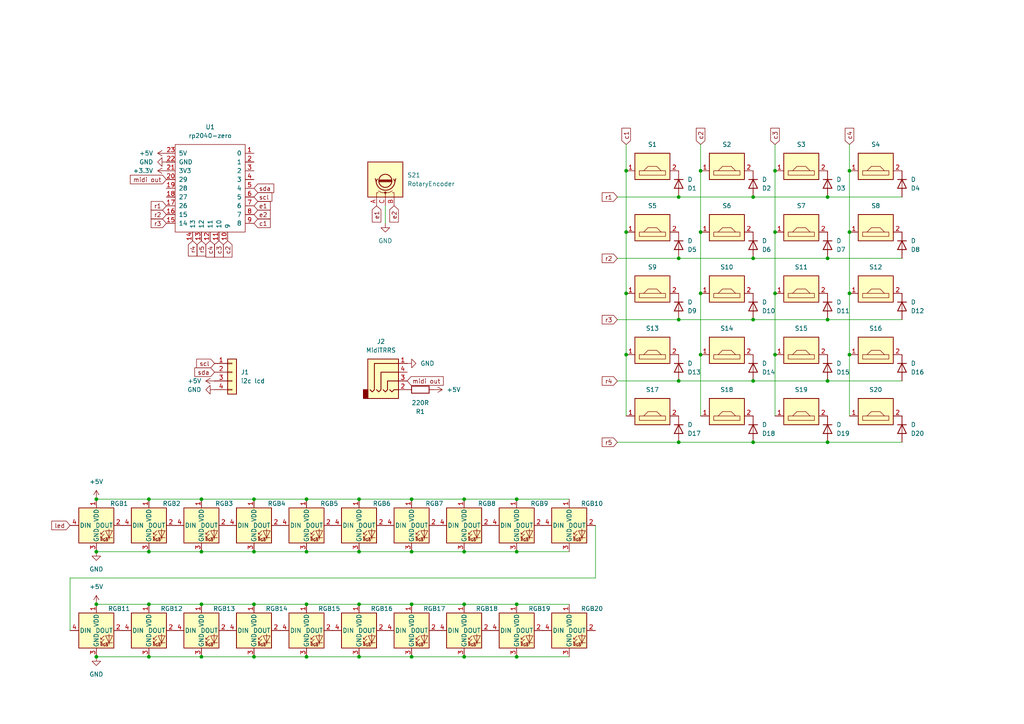
<source format=kicad_sch>
(kicad_sch (version 20231120) (generator "eeschema") (generator_version "8.0")
  (paper "A4")
  (title_block (title "harmi") (date "2024-11-29") (rev "1") (company "Electric Majesty"))
  (lib_symbols
    (symbol "Connector_Audio:AudioJack4"
      (property "Reference" "J2" (at -2.54 8.89 0))
      (property "Value" "MidiTRRS" (at -2.54 6.35 0))
      (symbol "AudioJack4_0_1"
        (rectangle (start -6.35 -5.08) (end -7.62 -7.62) (stroke (width 0.254)) (fill (type outline)))
        (polyline (pts (xy 0 -5.08) (xy 0.635 -5.715) (xy 1.27 -5.08) (xy 2.54 -5.08)) (stroke (width 0.254)))
        (polyline (pts (xy -5.715 -5.08) (xy -5.08 -5.715) (xy -4.445 -5.08) (xy -4.445 2.54) (xy 2.54 2.54)) (stroke (width 0.254)))
        (polyline (pts (xy -1.905 -5.08) (xy -1.27 -5.715) (xy -0.635 -5.08) (xy -0.635 -2.54) (xy 2.54 -2.54)) (stroke (width 0.254)))
        (polyline (pts (xy 2.54 0) (xy -2.54 0) (xy -2.54 -5.08) (xy -3.175 -5.715) (xy -3.81 -5.08)) (stroke (width 0.254)))
        (rectangle (start 2.54 3.81) (end -6.35 -7.62) (stroke (width 0.254)) (fill (type background)))
      )
      (symbol "AudioJack4_1_1"
        (pin passive line (at 5.08 2.54 180) (length 2.54) (name "~") (number "1"))
        (pin passive line (at 5.08 -5.08 180) (length 2.54) (name "~") (number "2"))
        (pin passive line (at 5.08 -2.54 180) (length 2.54) (name "~") (number "3"))
        (pin passive line (at 5.08 0 180) (length 2.54) (name "~") (number "4"))
      )
    )
    (symbol "Connector_Generic:Conn_01x04" (pin_names (offset 1.016) hide)
      (property "Reference" "J" (at 0 5.08 0))
      (property "Value" "Conn_01x04" (at 0 -7.62 0))
      (symbol "Conn_01x04_1_1"
        (rectangle (start -1.27 -4.953) (end 0 -5.207) (stroke (width 0.1524)))
        (rectangle (start -1.27 -2.413) (end 0 -2.667) (stroke (width 0.1524)))
        (rectangle (start -1.27 0.127) (end 0 -0.127) (stroke (width 0.1524)))
        (rectangle (start -1.27 2.667) (end 0 2.413) (stroke (width 0.1524)))
        (rectangle (start -1.27 3.81) (end 1.27 -6.35) (stroke (width 0.254)) (fill (type background)))
        (pin passive line (at -5.08 2.54 0) (length 3.81) (name "Pin_1") (number "1"))
        (pin passive line (at -5.08 0 0) (length 3.81) (name "Pin_2") (number "2"))
        (pin passive line (at -5.08 -2.54 0) (length 3.81) (name "Pin_3") (number "3"))
        (pin passive line (at -5.08 -5.08 0) (length 3.81) (name "Pin_4") (number "4"))
      )
    )
    (symbol "Device:R" (pin_numbers hide) (pin_names (offset 0))
      (property "Reference" "R" (at 2.032 0 90))
      (property "Value" "R" (at 0 0 90))
      (symbol "R_0_1"
        (rectangle (start -1.016 -2.54) (end 1.016 2.54) (stroke (width 0.254)))
      )
      (symbol "R_1_1"
        (pin passive line (at 0 3.81 270) (length 1.27) (name "~") (number "1"))
        (pin passive line (at 0 -3.81 90) (length 1.27) (name "~") (number "2"))
      )
    )
    (symbol "Device:RotaryEncoder" (pin_names (offset 0.254) hide)
      (property "Reference" "SW" (at 0 6.604 0))
      (property "Value" "RotaryEncoder" (at 0 -6.604 0))
      (symbol "RotaryEncoder_0_1"
        (rectangle (start -5.08 5.08) (end 5.08 -5.08) (stroke (width 0.254)) (fill (type background)))
        (circle (center -3.81 0) (radius 0.254) (fill (type outline)))
        (circle (center -0.381 0) (radius 1.905) (stroke (width 0.254)))
        (arc (start -0.381 2.667) (mid -3.0988 -0.0635) (end -0.381 -2.794) (stroke (width 0.254)))
        (polyline (pts (xy -0.635 -1.778) (xy -0.635 1.778)) (stroke (width 0.254)))
        (polyline (pts (xy -0.381 -1.778) (xy -0.381 1.778)) (stroke (width 0.254)))
        (polyline (pts (xy -0.127 1.778) (xy -0.127 -1.778)) (stroke (width 0.254)))
        (polyline (pts (xy -5.08 -2.54) (xy -3.81 -2.54) (xy -3.81 -2.032)))
        (polyline (pts (xy -5.08 2.54) (xy -3.81 2.54) (xy -3.81 2.032)))
        (polyline (pts (xy 0.254 -3.048) (xy -0.508 -2.794) (xy 0.127 -2.413)) (stroke (width 0.254)))
        (polyline (pts (xy 0.254 2.921) (xy -0.508 2.667) (xy 0.127 2.286)) (stroke (width 0.254)))
        (polyline (pts (xy -5.08 0) (xy -3.81 0) (xy -3.81 -1.016) (xy -3.302 -2.032)))
        (polyline (pts (xy -4.318 0) (xy -3.81 0) (xy -3.81 1.016) (xy -3.302 2.032)))
      )
      (symbol "RotaryEncoder_1_1"
        (pin passive line (at -7.62 2.54 0) (length 2.54) (name "A") (number "A"))
        (pin passive line (at -7.62 -2.54 0) (length 2.54) (name "B") (number "B"))
        (pin passive line (at -7.62 0 0) (length 2.54) (name "C") (number "C"))
      )
    )
    (symbol "Diode:1N4148" (pin_numbers hide) (pin_names hide)
      (property "Reference" "D" (at 0 2.54 0))
      (property "Value" "1N4148" (at 0 -2.54 0))
      (symbol "1N4148_0_1"
        (polyline (pts (xy -1.27 1.27) (xy -1.27 -1.27)) (stroke (width 0.254)))
        (polyline (pts (xy 1.27 0) (xy -1.27 0)))
        (polyline (pts (xy 1.27 1.27) (xy 1.27 -1.27) (xy -1.27 0) (xy 1.27 1.27)) (stroke (width 0.254)))
      )
      (symbol "1N4148_1_1"
        (pin passive line (at -3.81 0 0) (length 2.54) (name "K") (number "1"))
        (pin passive line (at 3.81 0 180) (length 2.54) (name "A") (number "2"))
      )
    )
    (symbol "mcu:rp2040-zero" (pin_names (offset 1.016))
      (property "Reference" "U" (at 0 15.24 0))
      (property "Value" "rp2040-zero" (at 0 12.7 0))
      (symbol "rp2040-zero_0_1"
        (rectangle (start -10.16 11.43) (end 10.16 -13.97))
      )
      (symbol "rp2040-zero_1_1"
        (pin bidirectional line (at 12.7 8.89 180) (length 2.54) (name "0") (number "1"))
        (pin bidirectional line (at 5.08 -16.51 90) (length 2.54) (name "9") (number "10"))
        (pin bidirectional line (at 2.54 -16.51 90) (length 2.54) (name "10") (number "11"))
        (pin bidirectional line (at 0 -16.51 90) (length 2.54) (name "11") (number "12"))
        (pin bidirectional line (at -2.54 -16.51 90) (length 2.54) (name "12") (number "13"))
        (pin bidirectional line (at -5.08 -16.51 90) (length 2.54) (name "13") (number "14"))
        (pin bidirectional line (at -12.7 -11.43 0) (length 2.54) (name "14") (number "15"))
        (pin bidirectional line (at -12.7 -8.89 0) (length 2.54) (name "15") (number "16"))
        (pin bidirectional line (at -12.7 -6.35 0) (length 2.54) (name "26") (number "17"))
        (pin bidirectional line (at -12.7 -3.81 0) (length 2.54) (name "27") (number "18"))
        (pin bidirectional line (at -12.7 -1.27 0) (length 2.54) (name "28") (number "19"))
        (pin bidirectional line (at 12.7 6.35 180) (length 2.54) (name "1") (number "2"))
        (pin bidirectional line (at -12.7 1.27 0) (length 2.54) (name "29") (number "20"))
        (pin power_out line (at -12.7 3.81 0) (length 2.54) (name "3V3") (number "21"))
        (pin power_out line (at -12.7 6.35 0) (length 2.54) (name "GND") (number "22"))
        (pin power_out line (at -12.7 8.89 0) (length 2.54) (name "5V") (number "23"))
        (pin bidirectional line (at 12.7 3.81 180) (length 2.54) (name "2") (number "3"))
        (pin bidirectional line (at 12.7 1.27 180) (length 2.54) (name "3") (number "4"))
        (pin bidirectional line (at 12.7 -1.27 180) (length 2.54) (name "4") (number "5"))
        (pin bidirectional line (at 12.7 -3.81 180) (length 2.54) (name "5") (number "6"))
        (pin bidirectional line (at 12.7 -6.35 180) (length 2.54) (name "6") (number "7"))
        (pin bidirectional line (at 12.7 -8.89 180) (length 2.54) (name "7") (number "8"))
        (pin bidirectional line (at 12.7 -11.43 180) (length 2.54) (name "8") (number "9"))
      )
    )
    (symbol "power:+3.3V" (power) (pin_numbers hide) (pin_names (offset 0) hide)
      (property "Value" "+3.3V" (at 0 3.556 0))
      (symbol "+3.3V_0_1"
        (polyline (pts (xy -0.762 1.27) (xy 0 2.54)))
        (polyline (pts (xy 0 0) (xy 0 2.54)))
        (polyline (pts (xy 0 2.54) (xy 0.762 1.27)))
      )
      (symbol "+3.3V_1_1"
        (pin power_in line (at 0 0 90) (length 0) (name "~") (number "1"))
      )
    )
    (symbol "power:+5V" (power) (pin_numbers hide) (pin_names (offset 0) hide)
      (property "Value" "+5V" (at 0 3.556 0))
      (symbol "+5V_0_1"
        (polyline (pts (xy -0.762 1.27) (xy 0 2.54)))
        (polyline (pts (xy 0 0) (xy 0 2.54)))
        (polyline (pts (xy 0 2.54) (xy 0.762 1.27)))
      )
      (symbol "+5V_1_1"
        (pin power_in line (at 0 0 90) (length 0) (name "~") (number "1"))
      )
    )
    (symbol "power:GND" (power) (pin_numbers hide) (pin_names (offset 0) hide)
      (property "Value" "GND" (at 0 -3.81 0))
      (symbol "GND_0_1"
        (polyline (pts (xy 0 0) (xy 0 -1.27) (xy 1.27 -1.27) (xy 0 -2.54) (xy -1.27 -1.27) (xy 0 -1.27)))
      )
      (symbol "GND_1_1"
        (pin power_in line (at 0 0 270) (length 0) (name "~") (number "1"))
      )
    )
    (symbol "s-ol:PG1350" (pin_names (offset 0.254))
      (property "Reference" "S" (at -2.54 2.54 0))
      (symbol "PG1350_0_1"
        (rectangle (start 5.08 5.08) (end -5.08 -2.54) (stroke (width 0.254)) (fill (type background)))
      )
      (symbol "PG1350_1_1"
        (polyline (pts (xy -2.54 0) (xy -1.27 1.27) (xy 1.27 1.27) (xy 2.54 0)))
        (polyline (pts (xy -3.81 -1.27) (xy 3.81 -1.27) (xy 3.81 0) (xy -3.81 0) (xy -3.81 -1.27)))
        (pin passive line (at -7.62 0 0) (length 2.54) (name "~") (number "1"))
        (pin passive line (at 7.62 0 180) (length 2.54) (name "~") (number "2"))
      )
    )
    (symbol "s-ol:SK6812MINI-E" (pin_names (offset 0.254))
      (property "Reference" "RGB" (at -5.08 6.35 0))
      (symbol "SK6812MINI-E_0_0"
        (text "RGB" (at 2.286 -4.191 0) (effects (font (size 0.762 0.762))))
      )
      (symbol "SK6812MINI-E_0_1"
        (polyline (pts (xy 1.27 -3.556) (xy 1.778 -3.556)))
        (polyline (pts (xy 1.27 -2.54) (xy 1.778 -2.54)))
        (polyline (pts (xy 4.699 -3.556) (xy 2.667 -3.556)))
        (polyline (pts (xy 2.286 -2.54) (xy 1.27 -3.556) (xy 1.27 -3.048)))
        (polyline (pts (xy 2.286 -1.524) (xy 1.27 -2.54) (xy 1.27 -2.032)))
        (polyline (pts (xy 3.683 -1.016) (xy 3.683 -3.556) (xy 3.683 -4.064)))
        (polyline (pts (xy 4.699 -1.524) (xy 2.667 -1.524) (xy 3.683 -3.556) (xy 4.699 -1.524)))
        (rectangle (start 5.08 5.08) (end -5.08 -5.08) (stroke (width 0.254)) (fill (type background)))
      )
      (symbol "SK6812MINI-E_1_1"
        (pin power_in line (at 0 7.62 270) (length 2.54) (name "VDD") (number "1"))
        (pin output line (at 7.62 0 180) (length 2.54) (name "DOUT") (number "2"))
        (pin power_in line (at 0 -7.62 90) (length 2.54) (name "GND") (number "3"))
        (pin input line (at -7.62 0 0) (length 2.54) (name "DIN") (number "4"))
      )
    )
  )
  (junction (at 196.85 57.15))
  (junction (at 73.66 144.78))
  (junction (at 119.38 144.78))
  (junction (at 27.94 190.5))
  (junction (at 218.44 128.27))
  (junction (at 218.44 92.71))
  (junction (at 181.61 102.87))
  (junction (at 203.2 85.09))
  (junction (at 27.94 160.02))
  (junction (at 203.2 67.31))
  (junction (at 218.44 74.93))
  (junction (at 43.18 175.26))
  (junction (at 181.61 49.53))
  (junction (at 73.66 160.02))
  (junction (at 196.85 110.49))
  (junction (at 224.79 49.53))
  (junction (at 240.03 74.93))
  (junction (at 196.85 92.71))
  (junction (at 73.66 175.26))
  (junction (at 27.94 175.26))
  (junction (at 104.14 190.5))
  (junction (at 43.18 144.78))
  (junction (at 224.79 102.87))
  (junction (at 196.85 128.27))
  (junction (at 149.86 175.26))
  (junction (at 73.66 190.5))
  (junction (at 240.03 92.71))
  (junction (at 119.38 190.5))
  (junction (at 196.85 74.93))
  (junction (at 203.2 49.53))
  (junction (at 27.94 144.78))
  (junction (at 224.79 67.31))
  (junction (at 181.61 67.31))
  (junction (at 240.03 110.49))
  (junction (at 43.18 190.5))
  (junction (at 246.38 67.31))
  (junction (at 218.44 110.49))
  (junction (at 119.38 175.26))
  (junction (at 246.38 102.87))
  (junction (at 149.86 144.78))
  (junction (at 88.9 190.5))
  (junction (at 119.38 160.02))
  (junction (at 246.38 85.09))
  (junction (at 43.18 160.02))
  (junction (at 58.42 160.02))
  (junction (at 149.86 190.5))
  (junction (at 134.62 175.26))
  (junction (at 104.14 160.02))
  (junction (at 181.61 85.09))
  (junction (at 149.86 160.02))
  (junction (at 240.03 57.15))
  (junction (at 58.42 175.26))
  (junction (at 240.03 128.27))
  (junction (at 134.62 190.5))
  (junction (at 104.14 144.78))
  (junction (at 58.42 144.78))
  (junction (at 218.44 57.15))
  (junction (at 246.38 49.53))
  (junction (at 134.62 144.78))
  (junction (at 88.9 160.02))
  (junction (at 58.42 190.5))
  (junction (at 224.79 85.09))
  (junction (at 104.14 175.26))
  (junction (at 203.2 102.87))
  (junction (at 134.62 160.02))
  (junction (at 88.9 144.78))
  (junction (at 88.9 175.26))
  (wire (pts (xy 172.72 152.4) (xy 172.72 167.64)))
  (wire (pts (xy 203.2 41.91) (xy 203.2 49.53)))
  (wire (pts (xy 218.44 110.49) (xy 240.03 110.49)))
  (wire (pts (xy 179.07 92.71) (xy 196.85 92.71)))
  (wire (pts (xy 58.42 144.78) (xy 73.66 144.78)))
  (wire (pts (xy 149.86 175.26) (xy 165.1 175.26)))
  (wire (pts (xy 240.03 110.49) (xy 261.62 110.49)))
  (wire (pts (xy 104.14 144.78) (xy 119.38 144.78)))
  (wire (pts (xy 246.38 41.91) (xy 246.38 49.53)))
  (wire (pts (xy 104.14 160.02) (xy 119.38 160.02)))
  (wire (pts (xy 149.86 160.02) (xy 165.1 160.02)))
  (wire (pts (xy 240.03 128.27) (xy 261.62 128.27)))
  (wire (pts (xy 179.07 57.15) (xy 196.85 57.15)))
  (wire (pts (xy 119.38 160.02) (xy 134.62 160.02)))
  (wire (pts (xy 43.18 144.78) (xy 58.42 144.78)))
  (wire (pts (xy 73.66 190.5) (xy 88.9 190.5)))
  (wire (pts (xy 119.38 190.5) (xy 134.62 190.5)))
  (wire (pts (xy 58.42 175.26) (xy 73.66 175.26)))
  (wire (pts (xy 179.07 128.27) (xy 196.85 128.27)))
  (wire (pts (xy 196.85 57.15) (xy 218.44 57.15)))
  (wire (pts (xy 181.61 41.91) (xy 181.61 49.53)))
  (wire (pts (xy 134.62 160.02) (xy 149.86 160.02)))
  (wire (pts (xy 203.2 67.31) (xy 203.2 85.09)))
  (wire (pts (xy 149.86 144.78) (xy 165.1 144.78)))
  (wire (pts (xy 218.44 92.71) (xy 240.03 92.71)))
  (wire (pts (xy 240.03 57.15) (xy 261.62 57.15)))
  (wire (pts (xy 179.07 110.49) (xy 196.85 110.49)))
  (wire (pts (xy 224.79 49.53) (xy 224.79 67.31)))
  (wire (pts (xy 240.03 74.93) (xy 261.62 74.93)))
  (wire (pts (xy 179.07 74.93) (xy 196.85 74.93)))
  (wire (pts (xy 203.2 85.09) (xy 203.2 102.87)))
  (wire (pts (xy 88.9 160.02) (xy 104.14 160.02)))
  (wire (pts (xy 218.44 128.27) (xy 240.03 128.27)))
  (wire (pts (xy 43.18 160.02) (xy 58.42 160.02)))
  (wire (pts (xy 104.14 190.5) (xy 119.38 190.5)))
  (wire (pts (xy 224.79 67.31) (xy 224.79 85.09)))
  (wire (pts (xy 181.61 67.31) (xy 181.61 85.09)))
  (wire (pts (xy 111.76 64.77) (xy 111.76 59.69)))
  (wire (pts (xy 240.03 92.71) (xy 261.62 92.71)))
  (wire (pts (xy 246.38 49.53) (xy 246.38 67.31)))
  (wire (pts (xy 104.14 175.26) (xy 119.38 175.26)))
  (wire (pts (xy 203.2 102.87) (xy 203.2 120.65)))
  (wire (pts (xy 88.9 175.26) (xy 104.14 175.26)))
  (wire (pts (xy 181.61 102.87) (xy 181.61 120.65)))
  (wire (pts (xy 88.9 144.78) (xy 104.14 144.78)))
  (wire (pts (xy 181.61 49.53) (xy 181.61 67.31)))
  (wire (pts (xy 149.86 190.5) (xy 165.1 190.5)))
  (wire (pts (xy 43.18 190.5) (xy 58.42 190.5)))
  (wire (pts (xy 246.38 67.31) (xy 246.38 85.09)))
  (wire (pts (xy 73.66 160.02) (xy 88.9 160.02)))
  (wire (pts (xy 119.38 144.78) (xy 134.62 144.78)))
  (wire (pts (xy 196.85 92.71) (xy 218.44 92.71)))
  (wire (pts (xy 203.2 49.53) (xy 203.2 67.31)))
  (wire (pts (xy 224.79 41.91) (xy 224.79 49.53)))
  (wire (pts (xy 73.66 175.26) (xy 88.9 175.26)))
  (wire (pts (xy 172.72 167.64) (xy 20.32 167.64)))
  (wire (pts (xy 218.44 74.93) (xy 240.03 74.93)))
  (wire (pts (xy 43.18 175.26) (xy 58.42 175.26)))
  (wire (pts (xy 196.85 110.49) (xy 218.44 110.49)))
  (wire (pts (xy 224.79 85.09) (xy 224.79 102.87)))
  (wire (pts (xy 119.38 175.26) (xy 134.62 175.26)))
  (wire (pts (xy 27.94 190.5) (xy 43.18 190.5)))
  (wire (pts (xy 196.85 128.27) (xy 218.44 128.27)))
  (wire (pts (xy 181.61 85.09) (xy 181.61 102.87)))
  (wire (pts (xy 58.42 160.02) (xy 73.66 160.02)))
  (wire (pts (xy 218.44 57.15) (xy 240.03 57.15)))
  (wire (pts (xy 246.38 85.09) (xy 246.38 102.87)))
  (wire (pts (xy 246.38 102.87) (xy 246.38 120.65)))
  (wire (pts (xy 134.62 190.5) (xy 149.86 190.5)))
  (wire (pts (xy 134.62 175.26) (xy 149.86 175.26)))
  (wire (pts (xy 73.66 144.78) (xy 88.9 144.78)))
  (wire (pts (xy 27.94 144.78) (xy 43.18 144.78)))
  (wire (pts (xy 27.94 160.02) (xy 43.18 160.02)))
  (wire (pts (xy 27.94 175.26) (xy 43.18 175.26)))
  (wire (pts (xy 20.32 167.64) (xy 20.32 182.88)))
  (wire (pts (xy 58.42 190.5) (xy 73.66 190.5)))
  (wire (pts (xy 224.79 102.87) (xy 224.79 120.65)))
  (wire (pts (xy 196.85 74.93) (xy 218.44 74.93)))
  (wire (pts (xy 88.9 190.5) (xy 104.14 190.5)))
  (wire (pts (xy 134.62 144.78) (xy 149.86 144.78)))
  (global_label "r3" (shape input) (at 179.07 92.71 180) (property "Intersheetrefs" "${INTERSHEET_REFS}" (effects (hide yes))))
  (global_label "scl" (shape input) (at 62.23 105.41 180) (property "Intersheetrefs" "${INTERSHEET_REFS}" (effects (hide yes))))
  (global_label "r1" (shape input) (at 179.07 57.15 180) (property "Intersheetrefs" "${INTERSHEET_REFS}" (effects (hide yes))))
  (global_label "c1" (shape input) (at 73.66 64.77 0) (property "Intersheetrefs" "${INTERSHEET_REFS}" (effects (hide yes))))
  (global_label "c4" (shape input) (at 246.38 41.91 90) (property "Intersheetrefs" "${INTERSHEET_REFS}" (effects (hide yes))))
  (global_label "midi out" (shape input) (at 118.11 110.49 0) (property "Intersheetrefs" "${INTERSHEET_REFS}" (effects (hide yes))))
  (global_label "e1" (shape input) (at 73.66 59.69 0) (property "Intersheetrefs" "${INTERSHEET_REFS}" (effects (hide yes))))
  (global_label "led" (shape input) (at 20.32 152.4 180) (property "Intersheetrefs" "${INTERSHEET_REFS}" (effects (hide yes))))
  (global_label "e1" (shape input) (at 109.22 59.69 270) (property "Intersheetrefs" "${INTERSHEET_REFS}" (effects (hide yes))))
  (global_label "r4" (shape input) (at 55.88 69.85 270) (property "Intersheetrefs" "${INTERSHEET_REFS}" (effects (hide yes))))
  (global_label "e2" (shape input) (at 114.3 59.69 270) (property "Intersheetrefs" "${INTERSHEET_REFS}" (effects (hide yes))))
  (global_label "c2" (shape input) (at 203.2 41.91 90) (property "Intersheetrefs" "${INTERSHEET_REFS}" (effects (hide yes))))
  (global_label "c1" (shape input) (at 181.61 41.91 90) (property "Intersheetrefs" "${INTERSHEET_REFS}" (effects (hide yes))))
  (global_label "c4" (shape input) (at 60.96 69.85 270) (property "Intersheetrefs" "${INTERSHEET_REFS}" (effects (hide yes))))
  (global_label "r2" (shape input) (at 48.26 62.23 180) (property "Intersheetrefs" "${INTERSHEET_REFS}" (effects (hide yes))))
  (global_label "r1" (shape input) (at 48.26 59.69 180) (property "Intersheetrefs" "${INTERSHEET_REFS}" (effects (hide yes))))
  (global_label "r2" (shape input) (at 179.07 74.93 180) (property "Intersheetrefs" "${INTERSHEET_REFS}" (effects (hide yes))))
  (global_label "midi out" (shape input) (at 48.26 52.07 180) (property "Intersheetrefs" "${INTERSHEET_REFS}" (effects (hide yes))))
  (global_label "sda" (shape input) (at 73.66 54.61 0) (property "Intersheetrefs" "${INTERSHEET_REFS}" (effects (hide yes))))
  (global_label "e2" (shape input) (at 73.66 62.23 0) (property "Intersheetrefs" "${INTERSHEET_REFS}" (effects (hide yes))))
  (global_label "r5" (shape input) (at 58.42 69.85 270) (property "Intersheetrefs" "${INTERSHEET_REFS}" (effects (hide yes))))
  (global_label "c3" (shape input) (at 224.79 41.91 90) (property "Intersheetrefs" "${INTERSHEET_REFS}" (effects (hide yes))))
  (global_label "c2" (shape input) (at 66.04 69.85 270) (property "Intersheetrefs" "${INTERSHEET_REFS}" (effects (hide yes))))
  (global_label "c3" (shape input) (at 63.5 69.85 270) (property "Intersheetrefs" "${INTERSHEET_REFS}" (effects (hide yes))))
  (global_label "r4" (shape input) (at 179.07 110.49 180) (property "Intersheetrefs" "${INTERSHEET_REFS}" (effects (hide yes))))
  (global_label "scl" (shape input) (at 73.66 57.15 0) (property "Intersheetrefs" "${INTERSHEET_REFS}" (effects (hide yes))))
  (global_label "r3" (shape input) (at 48.26 64.77 180) (property "Intersheetrefs" "${INTERSHEET_REFS}" (effects (hide yes))))
  (global_label "sda" (shape input) (at 62.23 107.95 180) (property "Intersheetrefs" "${INTERSHEET_REFS}" (effects (hide yes))))
  (global_label "r5" (shape input) (at 179.07 128.27 180) (property "Intersheetrefs" "${INTERSHEET_REFS}" (effects (hide yes))))
  (symbol (lib_id "Diode:1N4148") (at 261.62 71.12 90) (mirror x) (unit 1)
    (property "Reference" "D8" (at 264.16 72.3901 90) (effects (justify right)))
    (property "Value" "D" (at 264.16 69.8501 90) (effects (justify right)))
    (property "Footprint" "Keebio-Parts:Diode-Hybrid-Back" (effects (hide yes)))
    (property "Datasheet" "https://assets.nexperia.com/documents/data-sheet/1N4148_1N4448.pdf" (effects (hide yes)))
    (property "Description" "100V 0.15A standard switching diode, DO-35" (effects (hide yes)))
    (property "Sim.Device" "D" (effects (hide yes)))
    (property "Sim.Pins" "1=K 2=A" (effects (hide yes)))
  )
  (symbol (lib_id "s-ol:PG1350") (at 232.41 85.09 0) (unit 1)
    (property "Reference" "S11" (at 232.41 77.47 0))
    (property "Value" "PG1350" (effects (hide yes)))
    (property "Footprint" "s-ol:PG1350" (effects (hide yes)))
    (property "Description" "Keyswitch" (effects (hide yes)))
  )
  (symbol (lib_id "Device:RotaryEncoder") (at 111.76 52.07 90) (unit 1)
    (property "Reference" "S21" (at 118.11 50.7999 90) (effects (justify right)))
    (property "Value" "RotaryEncoder" (at 118.11 53.3399 90) (effects (justify right)))
    (property "Footprint" "Rotary_Encoder:RotaryEncoder_Bourns_Vertical_PEC12R-3x17F-Nxxxx" (effects (hide yes)))
    (property "Description" "Rotary encoder, dual channel, incremental quadrate outputs" (effects (hide yes)))
  )
  (symbol (lib_id "power:+5V") (at 62.23 110.49 90) (unit 1)
    (property "Reference" "#PWR03" (effects (hide yes)))
    (property "Value" "+5V" (at 58.42 110.4899 90) (effects (justify left)))
    (property "Description" "Power symbol creates a global label with name \"+5V\"" (effects (hide yes)))
  )
  (symbol (lib_id "s-ol:SK6812MINI-E") (at 165.1 152.4 0) (unit 1)
    (property "Reference" "RGB10" (at 171.704 146.05 0))
    (property "Value" "SK6812MINI-E" (effects (hide yes)))
    (property "Footprint" "s-ol:SK6812MINI-E" (effects (hide yes)))
    (property "Datasheet" "https://cdn-shop.adafruit.com/product-files/4960/4960_SK6812MINI-E_REV02_EN.pdf" (effects (hide yes)))
    (property "Description" "RGB LED with integrated controller" (effects (hide yes)))
  )
  (symbol (lib_id "s-ol:PG1350") (at 232.41 67.31 0) (unit 1)
    (property "Reference" "S7" (at 232.41 59.69 0))
    (property "Value" "PG1350" (effects (hide yes)))
    (property "Footprint" "s-ol:PG1350" (effects (hide yes)))
    (property "Description" "Keyswitch" (effects (hide yes)))
  )
  (symbol (lib_id "Diode:1N4148") (at 196.85 53.34 90) (mirror x) (unit 1)
    (property "Reference" "D1" (at 199.39 54.6101 90) (effects (justify right)))
    (property "Value" "D" (at 199.39 52.0701 90) (effects (justify right)))
    (property "Footprint" "Keebio-Parts:Diode-Hybrid-Back" (effects (hide yes)))
    (property "Datasheet" "https://assets.nexperia.com/documents/data-sheet/1N4148_1N4448.pdf" (effects (hide yes)))
    (property "Description" "100V 0.15A standard switching diode, DO-35" (effects (hide yes)))
    (property "Sim.Device" "D" (effects (hide yes)))
    (property "Sim.Pins" "1=K 2=A" (effects (hide yes)))
  )
  (symbol (lib_id "power:+3.3V") (at 48.26 49.53 90) (unit 1)
    (property "Reference" "#PWR06" (effects (hide yes)))
    (property "Value" "+3.3V" (at 44.45 49.5299 90) (effects (justify left)))
    (property "Description" "Power symbol creates a global label with name \"+3.3V\"" (effects (hide yes)))
  )
  (symbol (lib_id "s-ol:SK6812MINI-E") (at 73.66 152.4 0) (unit 1)
    (property "Reference" "RGB4" (at 80.264 146.05 0))
    (property "Value" "SK6812MINI-E" (effects (hide yes)))
    (property "Footprint" "s-ol:SK6812MINI-E" (effects (hide yes)))
    (property "Datasheet" "https://cdn-shop.adafruit.com/product-files/4960/4960_SK6812MINI-E_REV02_EN.pdf" (effects (hide yes)))
    (property "Description" "RGB LED with integrated controller" (effects (hide yes)))
  )
  (symbol (lib_id "s-ol:SK6812MINI-E") (at 88.9 152.4 0) (unit 1)
    (property "Reference" "RGB5" (at 95.504 146.05 0))
    (property "Value" "SK6812MINI-E" (effects (hide yes)))
    (property "Footprint" "s-ol:SK6812MINI-E" (effects (hide yes)))
    (property "Datasheet" "https://cdn-shop.adafruit.com/product-files/4960/4960_SK6812MINI-E_REV02_EN.pdf" (effects (hide yes)))
    (property "Description" "RGB LED with integrated controller" (effects (hide yes)))
  )
  (symbol (lib_id "s-ol:PG1350") (at 254 67.31 0) (unit 1)
    (property "Reference" "S8" (at 254 59.69 0))
    (property "Value" "PG1350" (effects (hide yes)))
    (property "Footprint" "s-ol:PG1350" (effects (hide yes)))
    (property "Description" "Keyswitch" (effects (hide yes)))
  )
  (symbol (lib_id "Diode:1N4148") (at 240.03 71.12 90) (mirror x) (unit 1)
    (property "Reference" "D7" (at 242.57 72.3901 90) (effects (justify right)))
    (property "Value" "D" (at 242.57 69.8501 90) (effects (justify right)))
    (property "Footprint" "Keebio-Parts:Diode-Hybrid-Back" (effects (hide yes)))
    (property "Datasheet" "https://assets.nexperia.com/documents/data-sheet/1N4148_1N4448.pdf" (effects (hide yes)))
    (property "Description" "100V 0.15A standard switching diode, DO-35" (effects (hide yes)))
    (property "Sim.Device" "D" (effects (hide yes)))
    (property "Sim.Pins" "1=K 2=A" (effects (hide yes)))
  )
  (symbol (lib_id "power:GND") (at 48.26 46.99 270) (unit 1)
    (property "Reference" "#PWR05" (effects (hide yes)))
    (property "Value" "GND" (at 44.45 46.9899 90) (effects (justify right)))
    (property "Description" "Power symbol creates a global label with name \"GND\" , ground" (effects (hide yes)))
  )
  (symbol (lib_id "Diode:1N4148") (at 196.85 88.9 90) (mirror x) (unit 1)
    (property "Reference" "D9" (at 199.39 90.1701 90) (effects (justify right)))
    (property "Value" "D" (at 199.39 87.6301 90) (effects (justify right)))
    (property "Footprint" "Keebio-Parts:Diode-Hybrid-Back" (effects (hide yes)))
    (property "Datasheet" "https://assets.nexperia.com/documents/data-sheet/1N4148_1N4448.pdf" (effects (hide yes)))
    (property "Description" "100V 0.15A standard switching diode, DO-35" (effects (hide yes)))
    (property "Sim.Device" "D" (effects (hide yes)))
    (property "Sim.Pins" "1=K 2=A" (effects (hide yes)))
  )
  (symbol (lib_id "power:+5V") (at 27.94 175.26 0) (unit 1)
    (property "Reference" "#PWR013" (effects (hide yes)))
    (property "Value" "+5V" (at 27.94 170.18 0))
    (property "Description" "Power symbol creates a global label with name \"+5V\"" (effects (hide yes)))
  )
  (symbol (lib_id "s-ol:PG1350") (at 254 49.53 0) (unit 1)
    (property "Reference" "S4" (at 254 41.91 0))
    (property "Value" "PG1350" (effects (hide yes)))
    (property "Footprint" "s-ol:PG1350" (effects (hide yes)))
    (property "Description" "Keyswitch" (effects (hide yes)))
  )
  (symbol (lib_id "s-ol:PG1350") (at 254 120.65 0) (unit 1)
    (property "Reference" "S20" (at 254 113.03 0))
    (property "Value" "PG1350" (effects (hide yes)))
    (property "Footprint" "s-ol:PG1350" (effects (hide yes)))
    (property "Description" "Keyswitch" (effects (hide yes)))
  )
  (symbol (lib_id "Diode:1N4148") (at 261.62 124.46 90) (mirror x) (unit 1)
    (property "Reference" "D20" (at 264.16 125.7301 90) (effects (justify right)))
    (property "Value" "D" (at 264.16 123.1901 90) (effects (justify right)))
    (property "Footprint" "Keebio-Parts:Diode-Hybrid-Back" (effects (hide yes)))
    (property "Datasheet" "https://assets.nexperia.com/documents/data-sheet/1N4148_1N4448.pdf" (effects (hide yes)))
    (property "Description" "100V 0.15A standard switching diode, DO-35" (effects (hide yes)))
    (property "Sim.Device" "D" (effects (hide yes)))
    (property "Sim.Pins" "1=K 2=A" (effects (hide yes)))
  )
  (symbol (lib_id "power:GND") (at 111.76 64.77 0) (unit 1)
    (property "Reference" "#PWR01" (effects (hide yes)))
    (property "Value" "GND" (at 111.76 69.85 0))
    (property "Description" "Power symbol creates a global label with name \"GND\" , ground" (effects (hide yes)))
  )
  (symbol (lib_id "s-ol:SK6812MINI-E") (at 27.94 152.4 0) (unit 1)
    (property "Reference" "RGB1" (at 34.544 146.05 0))
    (property "Value" "SK6812MINI-E" (effects (hide yes)))
    (property "Footprint" "s-ol:SK6812MINI-E" (effects (hide yes)))
    (property "Datasheet" "https://cdn-shop.adafruit.com/product-files/4960/4960_SK6812MINI-E_REV02_EN.pdf" (effects (hide yes)))
    (property "Description" "RGB LED with integrated controller" (effects (hide yes)))
  )
  (symbol (lib_id "s-ol:PG1350") (at 189.23 102.87 0) (unit 1)
    (property "Reference" "S13" (at 189.23 95.25 0))
    (property "Value" "PG1350" (effects (hide yes)))
    (property "Footprint" "s-ol:PG1350" (effects (hide yes)))
    (property "Description" "Keyswitch" (effects (hide yes)))
  )
  (symbol (lib_id "s-ol:SK6812MINI-E") (at 149.86 182.88 0) (unit 1)
    (property "Reference" "RGB19" (at 156.464 176.53 0))
    (property "Value" "SK6812MINI-E" (effects (hide yes)))
    (property "Footprint" "s-ol:SK6812MINI-E" (effects (hide yes)))
    (property "Datasheet" "https://cdn-shop.adafruit.com/product-files/4960/4960_SK6812MINI-E_REV02_EN.pdf" (effects (hide yes)))
    (property "Description" "RGB LED with integrated controller" (effects (hide yes)))
  )
  (symbol (lib_id "s-ol:PG1350") (at 232.41 120.65 0) (unit 1)
    (property "Reference" "S19" (at 232.41 113.03 0))
    (property "Value" "PG1350" (effects (hide yes)))
    (property "Footprint" "s-ol:PG1350" (effects (hide yes)))
    (property "Description" "Keyswitch" (effects (hide yes)))
  )
  (symbol (lib_id "Diode:1N4148") (at 218.44 53.34 90) (mirror x) (unit 1)
    (property "Reference" "D2" (at 220.98 54.6101 90) (effects (justify right)))
    (property "Value" "D" (at 220.98 52.0701 90) (effects (justify right)))
    (property "Footprint" "Keebio-Parts:Diode-Hybrid-Back" (effects (hide yes)))
    (property "Datasheet" "https://assets.nexperia.com/documents/data-sheet/1N4148_1N4448.pdf" (effects (hide yes)))
    (property "Description" "100V 0.15A standard switching diode, DO-35" (effects (hide yes)))
    (property "Sim.Device" "D" (effects (hide yes)))
    (property "Sim.Pins" "1=K 2=A" (effects (hide yes)))
  )
  (symbol (lib_id "power:+5V") (at 27.94 144.78 0) (unit 1)
    (property "Reference" "#PWR012" (effects (hide yes)))
    (property "Value" "+5V" (at 27.94 139.7 0))
    (property "Description" "Power symbol creates a global label with name \"+5V\"" (effects (hide yes)))
  )
  (symbol (lib_id "s-ol:SK6812MINI-E") (at 165.1 182.88 0) (unit 1)
    (property "Reference" "RGB20" (at 171.704 176.53 0))
    (property "Value" "SK6812MINI-E" (effects (hide yes)))
    (property "Footprint" "s-ol:SK6812MINI-E" (effects (hide yes)))
    (property "Datasheet" "https://cdn-shop.adafruit.com/product-files/4960/4960_SK6812MINI-E_REV02_EN.pdf" (effects (hide yes)))
    (property "Description" "RGB LED with integrated controller" (effects (hide yes)))
  )
  (symbol (lib_id "s-ol:SK6812MINI-E") (at 149.86 152.4 0) (unit 1)
    (property "Reference" "RGB9" (at 156.464 146.05 0))
    (property "Value" "SK6812MINI-E" (effects (hide yes)))
    (property "Footprint" "s-ol:SK6812MINI-E" (effects (hide yes)))
    (property "Datasheet" "https://cdn-shop.adafruit.com/product-files/4960/4960_SK6812MINI-E_REV02_EN.pdf" (effects (hide yes)))
    (property "Description" "RGB LED with integrated controller" (effects (hide yes)))
  )
  (symbol (lib_id "s-ol:SK6812MINI-E") (at 43.18 182.88 0) (unit 1)
    (property "Reference" "RGB12" (at 49.784 176.53 0))
    (property "Value" "SK6812MINI-E" (effects (hide yes)))
    (property "Footprint" "s-ol:SK6812MINI-E" (effects (hide yes)))
    (property "Datasheet" "https://cdn-shop.adafruit.com/product-files/4960/4960_SK6812MINI-E_REV02_EN.pdf" (effects (hide yes)))
    (property "Description" "RGB LED with integrated controller" (effects (hide yes)))
  )
  (symbol (lib_id "s-ol:SK6812MINI-E") (at 88.9 182.88 0) (unit 1)
    (property "Reference" "RGB15" (at 95.504 176.53 0))
    (property "Value" "SK6812MINI-E" (effects (hide yes)))
    (property "Footprint" "s-ol:SK6812MINI-E" (effects (hide yes)))
    (property "Datasheet" "https://cdn-shop.adafruit.com/product-files/4960/4960_SK6812MINI-E_REV02_EN.pdf" (effects (hide yes)))
    (property "Description" "RGB LED with integrated controller" (effects (hide yes)))
  )
  (symbol (lib_id "s-ol:SK6812MINI-E") (at 58.42 152.4 0) (unit 1)
    (property "Reference" "RGB3" (at 65.024 146.05 0))
    (property "Value" "SK6812MINI-E" (effects (hide yes)))
    (property "Footprint" "s-ol:SK6812MINI-E" (effects (hide yes)))
    (property "Datasheet" "https://cdn-shop.adafruit.com/product-files/4960/4960_SK6812MINI-E_REV02_EN.pdf" (effects (hide yes)))
    (property "Description" "RGB LED with integrated controller" (effects (hide yes)))
  )
  (symbol (lib_id "s-ol:PG1350") (at 210.82 120.65 0) (unit 1)
    (property "Reference" "S18" (at 210.82 113.03 0))
    (property "Value" "PG1350" (effects (hide yes)))
    (property "Footprint" "s-ol:PG1350" (effects (hide yes)))
    (property "Description" "Keyswitch" (effects (hide yes)))
  )
  (symbol (lib_id "Diode:1N4148") (at 240.03 88.9 90) (mirror x) (unit 1)
    (property "Reference" "D11" (at 242.57 90.1701 90) (effects (justify right)))
    (property "Value" "D" (at 242.57 87.6301 90) (effects (justify right)))
    (property "Footprint" "Keebio-Parts:Diode-Hybrid-Back" (effects (hide yes)))
    (property "Datasheet" "https://assets.nexperia.com/documents/data-sheet/1N4148_1N4448.pdf" (effects (hide yes)))
    (property "Description" "100V 0.15A standard switching diode, DO-35" (effects (hide yes)))
    (property "Sim.Device" "D" (effects (hide yes)))
    (property "Sim.Pins" "1=K 2=A" (effects (hide yes)))
  )
  (symbol (lib_id "s-ol:SK6812MINI-E") (at 73.66 182.88 0) (unit 1)
    (property "Reference" "RGB14" (at 80.264 176.53 0))
    (property "Value" "SK6812MINI-E" (effects (hide yes)))
    (property "Footprint" "s-ol:SK6812MINI-E" (effects (hide yes)))
    (property "Datasheet" "https://cdn-shop.adafruit.com/product-files/4960/4960_SK6812MINI-E_REV02_EN.pdf" (effects (hide yes)))
    (property "Description" "RGB LED with integrated controller" (effects (hide yes)))
  )
  (symbol (lib_id "s-ol:PG1350") (at 189.23 67.31 0) (unit 1)
    (property "Reference" "S5" (at 189.23 59.69 0))
    (property "Value" "PG1350" (effects (hide yes)))
    (property "Footprint" "s-ol:PG1350" (effects (hide yes)))
    (property "Description" "Keyswitch" (effects (hide yes)))
  )
  (symbol (lib_id "s-ol:PG1350") (at 189.23 49.53 0) (unit 1)
    (property "Reference" "S1" (at 189.23 41.91 0))
    (property "Value" "PG1350" (effects (hide yes)))
    (property "Footprint" "s-ol:PG1350" (effects (hide yes)))
    (property "Description" "Keyswitch" (effects (hide yes)))
  )
  (symbol (lib_id "Diode:1N4148") (at 261.62 106.68 90) (mirror x) (unit 1)
    (property "Reference" "D16" (at 264.16 107.9501 90) (effects (justify right)))
    (property "Value" "D" (at 264.16 105.4101 90) (effects (justify right)))
    (property "Footprint" "Keebio-Parts:Diode-Hybrid-Back" (effects (hide yes)))
    (property "Datasheet" "https://assets.nexperia.com/documents/data-sheet/1N4148_1N4448.pdf" (effects (hide yes)))
    (property "Description" "100V 0.15A standard switching diode, DO-35" (effects (hide yes)))
    (property "Sim.Device" "D" (effects (hide yes)))
    (property "Sim.Pins" "1=K 2=A" (effects (hide yes)))
  )
  (symbol (lib_id "s-ol:PG1350") (at 232.41 102.87 0) (unit 1)
    (property "Reference" "S15" (at 232.41 95.25 0))
    (property "Value" "PG1350" (effects (hide yes)))
    (property "Footprint" "s-ol:PG1350" (effects (hide yes)))
    (property "Description" "Keyswitch" (effects (hide yes)))
  )
  (symbol (lib_id "Diode:1N4148") (at 261.62 88.9 90) (mirror x) (unit 1)
    (property "Reference" "D12" (at 264.16 90.1701 90) (effects (justify right)))
    (property "Value" "D" (at 264.16 87.6301 90) (effects (justify right)))
    (property "Footprint" "Keebio-Parts:Diode-Hybrid-Back" (effects (hide yes)))
    (property "Datasheet" "https://assets.nexperia.com/documents/data-sheet/1N4148_1N4448.pdf" (effects (hide yes)))
    (property "Description" "100V 0.15A standard switching diode, DO-35" (effects (hide yes)))
    (property "Sim.Device" "D" (effects (hide yes)))
    (property "Sim.Pins" "1=K 2=A" (effects (hide yes)))
  )
  (symbol (lib_id "s-ol:PG1350") (at 254 102.87 0) (unit 1)
    (property "Reference" "S16" (at 254 95.25 0))
    (property "Value" "PG1350" (effects (hide yes)))
    (property "Footprint" "s-ol:PG1350" (effects (hide yes)))
    (property "Description" "Keyswitch" (effects (hide yes)))
  )
  (symbol (lib_id "Diode:1N4148") (at 196.85 124.46 90) (mirror x) (unit 1)
    (property "Reference" "D17" (at 199.39 125.7301 90) (effects (justify right)))
    (property "Value" "D" (at 199.39 123.1901 90) (effects (justify right)))
    (property "Footprint" "Keebio-Parts:Diode-Hybrid-Back" (effects (hide yes)))
    (property "Datasheet" "https://assets.nexperia.com/documents/data-sheet/1N4148_1N4448.pdf" (effects (hide yes)))
    (property "Description" "100V 0.15A standard switching diode, DO-35" (effects (hide yes)))
    (property "Sim.Device" "D" (effects (hide yes)))
    (property "Sim.Pins" "1=K 2=A" (effects (hide yes)))
  )
  (symbol (lib_id "Diode:1N4148") (at 240.03 124.46 90) (mirror x) (unit 1)
    (property "Reference" "D19" (at 242.57 125.7301 90) (effects (justify right)))
    (property "Value" "D" (at 242.57 123.1901 90) (effects (justify right)))
    (property "Footprint" "Keebio-Parts:Diode-Hybrid-Back" (effects (hide yes)))
    (property "Datasheet" "https://assets.nexperia.com/documents/data-sheet/1N4148_1N4448.pdf" (effects (hide yes)))
    (property "Description" "100V 0.15A standard switching diode, DO-35" (effects (hide yes)))
    (property "Sim.Device" "D" (effects (hide yes)))
    (property "Sim.Pins" "1=K 2=A" (effects (hide yes)))
  )
  (symbol (lib_id "Diode:1N4148") (at 218.44 71.12 90) (mirror x) (unit 1)
    (property "Reference" "D6" (at 220.98 72.3901 90) (effects (justify right)))
    (property "Value" "D" (at 220.98 69.8501 90) (effects (justify right)))
    (property "Footprint" "Keebio-Parts:Diode-Hybrid-Back" (effects (hide yes)))
    (property "Datasheet" "https://assets.nexperia.com/documents/data-sheet/1N4148_1N4448.pdf" (effects (hide yes)))
    (property "Description" "100V 0.15A standard switching diode, DO-35" (effects (hide yes)))
    (property "Sim.Device" "D" (effects (hide yes)))
    (property "Sim.Pins" "1=K 2=A" (effects (hide yes)))
  )
  (symbol (lib_id "Diode:1N4148") (at 196.85 106.68 90) (mirror x) (unit 1)
    (property "Reference" "D13" (at 199.39 107.9501 90) (effects (justify right)))
    (property "Value" "D" (at 199.39 105.4101 90) (effects (justify right)))
    (property "Footprint" "Keebio-Parts:Diode-Hybrid-Back" (effects (hide yes)))
    (property "Datasheet" "https://assets.nexperia.com/documents/data-sheet/1N4148_1N4448.pdf" (effects (hide yes)))
    (property "Description" "100V 0.15A standard switching diode, DO-35" (effects (hide yes)))
    (property "Sim.Device" "D" (effects (hide yes)))
    (property "Sim.Pins" "1=K 2=A" (effects (hide yes)))
  )
  (symbol (lib_id "s-ol:SK6812MINI-E") (at 58.42 182.88 0) (unit 1)
    (property "Reference" "RGB13" (at 65.024 176.53 0))
    (property "Value" "SK6812MINI-E" (effects (hide yes)))
    (property "Footprint" "s-ol:SK6812MINI-E" (effects (hide yes)))
    (property "Datasheet" "https://cdn-shop.adafruit.com/product-files/4960/4960_SK6812MINI-E_REV02_EN.pdf" (effects (hide yes)))
    (property "Description" "RGB LED with integrated controller" (effects (hide yes)))
  )
  (symbol (lib_id "power:GND") (at 27.94 190.5 0) (unit 1)
    (property "Reference" "#PWR011" (effects (hide yes)))
    (property "Value" "GND" (at 27.94 195.58 0))
    (property "Description" "Power symbol creates a global label with name \"GND\" , ground" (effects (hide yes)))
  )
  (symbol (lib_id "Diode:1N4148") (at 261.62 53.34 90) (mirror x) (unit 1)
    (property "Reference" "D4" (at 264.16 54.6101 90) (effects (justify right)))
    (property "Value" "D" (at 264.16 52.0701 90) (effects (justify right)))
    (property "Footprint" "Keebio-Parts:Diode-Hybrid-Back" (effects (hide yes)))
    (property "Datasheet" "https://assets.nexperia.com/documents/data-sheet/1N4148_1N4448.pdf" (effects (hide yes)))
    (property "Description" "100V 0.15A standard switching diode, DO-35" (effects (hide yes)))
    (property "Sim.Device" "D" (effects (hide yes)))
    (property "Sim.Pins" "1=K 2=A" (effects (hide yes)))
  )
  (symbol (lib_id "s-ol:SK6812MINI-E") (at 104.14 152.4 0) (unit 1)
    (property "Reference" "RGB6" (at 110.744 146.05 0))
    (property "Value" "SK6812MINI-E" (effects (hide yes)))
    (property "Footprint" "s-ol:SK6812MINI-E" (effects (hide yes)))
    (property "Datasheet" "https://cdn-shop.adafruit.com/product-files/4960/4960_SK6812MINI-E_REV02_EN.pdf" (effects (hide yes)))
    (property "Description" "RGB LED with integrated controller" (effects (hide yes)))
  )
  (symbol (lib_id "s-ol:SK6812MINI-E") (at 134.62 182.88 0) (unit 1)
    (property "Reference" "RGB18" (at 141.224 176.53 0))
    (property "Value" "SK6812MINI-E" (effects (hide yes)))
    (property "Footprint" "s-ol:SK6812MINI-E" (effects (hide yes)))
    (property "Datasheet" "https://cdn-shop.adafruit.com/product-files/4960/4960_SK6812MINI-E_REV02_EN.pdf" (effects (hide yes)))
    (property "Description" "RGB LED with integrated controller" (effects (hide yes)))
  )
  (symbol (lib_id "Diode:1N4148") (at 218.44 88.9 90) (mirror x) (unit 1)
    (property "Reference" "D10" (at 220.98 90.1701 90) (effects (justify right)))
    (property "Value" "D" (at 220.98 87.6301 90) (effects (justify right)))
    (property "Footprint" "Keebio-Parts:Diode-Hybrid-Back" (effects (hide yes)))
    (property "Datasheet" "https://assets.nexperia.com/documents/data-sheet/1N4148_1N4448.pdf" (effects (hide yes)))
    (property "Description" "100V 0.15A standard switching diode, DO-35" (effects (hide yes)))
    (property "Sim.Device" "D" (effects (hide yes)))
    (property "Sim.Pins" "1=K 2=A" (effects (hide yes)))
  )
  (symbol (lib_id "s-ol:PG1350") (at 210.82 67.31 0) (unit 1)
    (property "Reference" "S6" (at 210.82 59.69 0))
    (property "Value" "PG1350" (effects (hide yes)))
    (property "Footprint" "s-ol:PG1350" (effects (hide yes)))
    (property "Description" "Keyswitch" (effects (hide yes)))
  )
  (symbol (lib_id "power:GND") (at 118.11 105.41 90) (unit 1)
    (property "Reference" "#PWR07" (effects (hide yes)))
    (property "Value" "GND" (at 121.92 105.4099 90) (effects (justify right)))
    (property "Description" "Power symbol creates a global label with name \"GND\" , ground" (effects (hide yes)))
  )
  (symbol (lib_id "Connector_Generic:Conn_01x04") (at 67.31 107.95 0) (unit 1)
    (property "Reference" "J1" (at 69.85 107.9499 0) (effects (justify left)))
    (property "Value" "i2c lcd" (at 69.85 110.4899 0) (effects (justify left)))
    (property "Footprint" "Connector_PinHeader_2.54mm:PinHeader_1x04_P2.54mm_Horizontal" (effects (hide yes)))
    (property "Description" "Generic connector, single row, 01x04, script generated (kicad-library-utils/schlib/autogen/connector/)" (effects (hide yes)))
  )
  (symbol (lib_id "power:GND") (at 62.23 113.03 270) (unit 1)
    (property "Reference" "#PWR02" (effects (hide yes)))
    (property "Value" "GND" (at 58.42 113.0299 90) (effects (justify right)))
    (property "Description" "Power symbol creates a global label with name \"GND\" , ground" (effects (hide yes)))
  )
  (symbol (lib_id "Connector_Audio:AudioJack4") (at 113.03 107.95 0) (unit 1)
    (property "Reference" "J2" (at 110.49 99.06 0))
    (property "Value" "MidiTRRS" (at 110.49 101.6 0))
    (property "Footprint" "Keebio-Parts:TRRS-PJ-320A" (effects (hide yes)))
    (property "Description" "Audio Jack, 4 Poles (TRRS)" (effects (hide yes)))
  )
  (symbol (lib_id "power:+5V") (at 125.73 113.03 270) (unit 1)
    (property "Reference" "#PWR08" (effects (hide yes)))
    (property "Value" "+5V" (at 129.54 113.0299 90) (effects (justify left)))
    (property "Description" "Power symbol creates a global label with name \"+5V\"" (effects (hide yes)))
  )
  (symbol (lib_id "s-ol:SK6812MINI-E") (at 119.38 182.88 0) (unit 1)
    (property "Reference" "RGB17" (at 125.984 176.53 0))
    (property "Value" "SK6812MINI-E" (effects (hide yes)))
    (property "Footprint" "s-ol:SK6812MINI-E" (effects (hide yes)))
    (property "Datasheet" "https://cdn-shop.adafruit.com/product-files/4960/4960_SK6812MINI-E_REV02_EN.pdf" (effects (hide yes)))
    (property "Description" "RGB LED with integrated controller" (effects (hide yes)))
  )
  (symbol (lib_id "Device:R") (at 121.92 113.03 90) (mirror x) (unit 1)
    (property "Reference" "R1" (at 121.92 119.38 90))
    (property "Value" "220R" (at 121.92 116.84 90))
    (property "Footprint" "Keebio-Parts:Resistor-Hybrid-Back" (effects (hide yes)))
    (property "Description" "Resistor" (effects (hide yes)))
  )
  (symbol (lib_id "mcu:rp2040-zero") (at 60.96 53.34 0) (unit 1)
    (property "Reference" "U1" (at 60.96 36.83 0))
    (property "Value" "rp2040-zero" (at 60.96 39.37 0))
    (property "Footprint" "mcu:rp2040-zero-tht" (effects (hide yes)))
  )
  (symbol (lib_id "s-ol:SK6812MINI-E") (at 134.62 152.4 0) (unit 1)
    (property "Reference" "RGB8" (at 141.224 146.05 0))
    (property "Value" "SK6812MINI-E" (effects (hide yes)))
    (property "Footprint" "s-ol:SK6812MINI-E" (effects (hide yes)))
    (property "Datasheet" "https://cdn-shop.adafruit.com/product-files/4960/4960_SK6812MINI-E_REV02_EN.pdf" (effects (hide yes)))
    (property "Description" "RGB LED with integrated controller" (effects (hide yes)))
  )
  (symbol (lib_id "s-ol:PG1350") (at 189.23 120.65 0) (unit 1)
    (property "Reference" "S17" (at 189.23 113.03 0))
    (property "Value" "PG1350" (effects (hide yes)))
    (property "Footprint" "s-ol:PG1350" (effects (hide yes)))
    (property "Description" "Keyswitch" (effects (hide yes)))
  )
  (symbol (lib_id "power:+5V") (at 48.26 44.45 90) (unit 1)
    (property "Reference" "#PWR04" (effects (hide yes)))
    (property "Value" "+5V" (at 44.45 44.4499 90) (effects (justify left)))
    (property "Description" "Power symbol creates a global label with name \"+5V\"" (effects (hide yes)))
  )
  (symbol (lib_id "s-ol:SK6812MINI-E") (at 119.38 152.4 0) (unit 1)
    (property "Reference" "RGB7" (at 125.984 146.05 0))
    (property "Value" "SK6812MINI-E" (effects (hide yes)))
    (property "Footprint" "s-ol:SK6812MINI-E" (effects (hide yes)))
    (property "Datasheet" "https://cdn-shop.adafruit.com/product-files/4960/4960_SK6812MINI-E_REV02_EN.pdf" (effects (hide yes)))
    (property "Description" "RGB LED with integrated controller" (effects (hide yes)))
  )
  (symbol (lib_id "Diode:1N4148") (at 196.85 71.12 90) (mirror x) (unit 1)
    (property "Reference" "D5" (at 199.39 72.3901 90) (effects (justify right)))
    (property "Value" "D" (at 199.39 69.8501 90) (effects (justify right)))
    (property "Footprint" "Keebio-Parts:Diode-Hybrid-Back" (effects (hide yes)))
    (property "Datasheet" "https://assets.nexperia.com/documents/data-sheet/1N4148_1N4448.pdf" (effects (hide yes)))
    (property "Description" "100V 0.15A standard switching diode, DO-35" (effects (hide yes)))
    (property "Sim.Device" "D" (effects (hide yes)))
    (property "Sim.Pins" "1=K 2=A" (effects (hide yes)))
  )
  (symbol (lib_id "s-ol:PG1350") (at 189.23 85.09 0) (unit 1)
    (property "Reference" "S9" (at 189.23 77.47 0))
    (property "Value" "PG1350" (effects (hide yes)))
    (property "Footprint" "s-ol:PG1350" (effects (hide yes)))
    (property "Description" "Keyswitch" (effects (hide yes)))
  )
  (symbol (lib_id "Diode:1N4148") (at 218.44 106.68 90) (mirror x) (unit 1)
    (property "Reference" "D14" (at 220.98 107.9501 90) (effects (justify right)))
    (property "Value" "D" (at 220.98 105.4101 90) (effects (justify right)))
    (property "Footprint" "Keebio-Parts:Diode-Hybrid-Back" (effects (hide yes)))
    (property "Datasheet" "https://assets.nexperia.com/documents/data-sheet/1N4148_1N4448.pdf" (effects (hide yes)))
    (property "Description" "100V 0.15A standard switching diode, DO-35" (effects (hide yes)))
    (property "Sim.Device" "D" (effects (hide yes)))
    (property "Sim.Pins" "1=K 2=A" (effects (hide yes)))
  )
  (symbol (lib_id "Diode:1N4148") (at 240.03 106.68 90) (mirror x) (unit 1)
    (property "Reference" "D15" (at 242.57 107.9501 90) (effects (justify right)))
    (property "Value" "D" (at 242.57 105.4101 90) (effects (justify right)))
    (property "Footprint" "Keebio-Parts:Diode-Hybrid-Back" (effects (hide yes)))
    (property "Datasheet" "https://assets.nexperia.com/documents/data-sheet/1N4148_1N4448.pdf" (effects (hide yes)))
    (property "Description" "100V 0.15A standard switching diode, DO-35" (effects (hide yes)))
    (property "Sim.Device" "D" (effects (hide yes)))
    (property "Sim.Pins" "1=K 2=A" (effects (hide yes)))
  )
  (symbol (lib_id "s-ol:PG1350") (at 232.41 49.53 0) (unit 1)
    (property "Reference" "S3" (at 232.41 41.91 0))
    (property "Value" "PG1350" (effects (hide yes)))
    (property "Footprint" "s-ol:PG1350" (effects (hide yes)))
    (property "Description" "Keyswitch" (effects (hide yes)))
  )
  (symbol (lib_id "Diode:1N4148") (at 240.03 53.34 90) (mirror x) (unit 1)
    (property "Reference" "D3" (at 242.57 54.6101 90) (effects (justify right)))
    (property "Value" "D" (at 242.57 52.0701 90) (effects (justify right)))
    (property "Footprint" "Keebio-Parts:Diode-Hybrid-Back" (effects (hide yes)))
    (property "Datasheet" "https://assets.nexperia.com/documents/data-sheet/1N4148_1N4448.pdf" (effects (hide yes)))
    (property "Description" "100V 0.15A standard switching diode, DO-35" (effects (hide yes)))
    (property "Sim.Device" "D" (effects (hide yes)))
    (property "Sim.Pins" "1=K 2=A" (effects (hide yes)))
  )
  (symbol (lib_id "s-ol:PG1350") (at 210.82 102.87 0) (unit 1)
    (property "Reference" "S14" (at 210.82 95.25 0))
    (property "Value" "PG1350" (effects (hide yes)))
    (property "Footprint" "s-ol:PG1350" (effects (hide yes)))
    (property "Description" "Keyswitch" (effects (hide yes)))
  )
  (symbol (lib_id "s-ol:SK6812MINI-E") (at 27.94 182.88 0) (unit 1)
    (property "Reference" "RGB11" (at 34.544 176.53 0))
    (property "Value" "SK6812MINI-E" (effects (hide yes)))
    (property "Footprint" "s-ol:SK6812MINI-E" (effects (hide yes)))
    (property "Datasheet" "https://cdn-shop.adafruit.com/product-files/4960/4960_SK6812MINI-E_REV02_EN.pdf" (effects (hide yes)))
    (property "Description" "RGB LED with integrated controller" (effects (hide yes)))
  )
  (symbol (lib_id "power:GND") (at 27.94 160.02 0) (unit 1)
    (property "Reference" "#PWR010" (effects (hide yes)))
    (property "Value" "GND" (at 27.94 165.1 0))
    (property "Description" "Power symbol creates a global label with name \"GND\" , ground" (effects (hide yes)))
  )
  (symbol (lib_id "s-ol:PG1350") (at 210.82 85.09 0) (unit 1)
    (property "Reference" "S10" (at 210.82 77.47 0))
    (property "Value" "PG1350" (effects (hide yes)))
    (property "Footprint" "s-ol:PG1350" (effects (hide yes)))
    (property "Description" "Keyswitch" (effects (hide yes)))
  )
  (symbol (lib_id "s-ol:SK6812MINI-E") (at 104.14 182.88 0) (unit 1)
    (property "Reference" "RGB16" (at 110.744 176.53 0))
    (property "Value" "SK6812MINI-E" (effects (hide yes)))
    (property "Footprint" "s-ol:SK6812MINI-E" (effects (hide yes)))
    (property "Datasheet" "https://cdn-shop.adafruit.com/product-files/4960/4960_SK6812MINI-E_REV02_EN.pdf" (effects (hide yes)))
    (property "Description" "RGB LED with integrated controller" (effects (hide yes)))
  )
  (symbol (lib_id "Diode:1N4148") (at 218.44 124.46 90) (mirror x) (unit 1)
    (property "Reference" "D18" (at 220.98 125.7301 90) (effects (justify right)))
    (property "Value" "D" (at 220.98 123.1901 90) (effects (justify right)))
    (property "Footprint" "Keebio-Parts:Diode-Hybrid-Back" (effects (hide yes)))
    (property "Datasheet" "https://assets.nexperia.com/documents/data-sheet/1N4148_1N4448.pdf" (effects (hide yes)))
    (property "Description" "100V 0.15A standard switching diode, DO-35" (effects (hide yes)))
    (property "Sim.Device" "D" (effects (hide yes)))
    (property "Sim.Pins" "1=K 2=A" (effects (hide yes)))
  )
  (symbol (lib_id "s-ol:PG1350") (at 210.82 49.53 0) (unit 1)
    (property "Reference" "S2" (at 210.82 41.91 0))
    (property "Value" "PG1350" (effects (hide yes)))
    (property "Footprint" "s-ol:PG1350" (effects (hide yes)))
    (property "Description" "Keyswitch" (effects (hide yes)))
  )
  (symbol (lib_id "s-ol:SK6812MINI-E") (at 43.18 152.4 0) (unit 1)
    (property "Reference" "RGB2" (at 49.784 146.05 0))
    (property "Value" "SK6812MINI-E" (effects (hide yes)))
    (property "Footprint" "s-ol:SK6812MINI-E" (effects (hide yes)))
    (property "Datasheet" "https://cdn-shop.adafruit.com/product-files/4960/4960_SK6812MINI-E_REV02_EN.pdf" (effects (hide yes)))
    (property "Description" "RGB LED with integrated controller" (effects (hide yes)))
  )
  (symbol (lib_id "s-ol:PG1350") (at 254 85.09 0) (unit 1)
    (property "Reference" "S12" (at 254 77.47 0))
    (property "Value" "PG1350" (effects (hide yes)))
    (property "Footprint" "s-ol:PG1350" (effects (hide yes)))
    (property "Description" "Keyswitch" (effects (hide yes)))
  )
)
</source>
